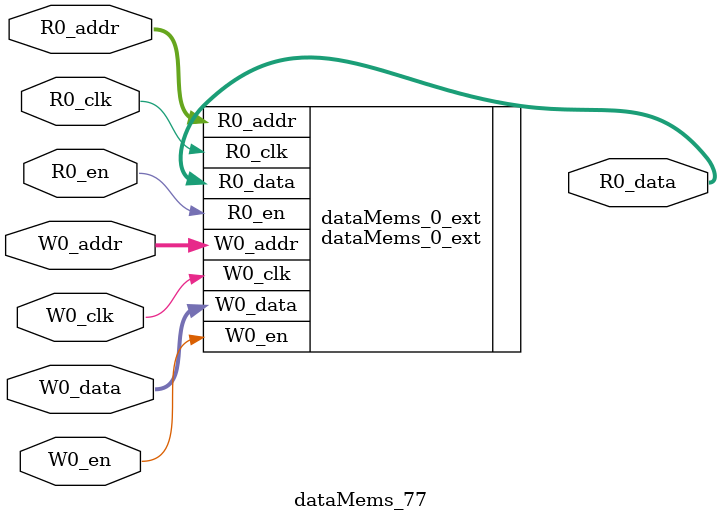
<source format=sv>
`ifndef RANDOMIZE
  `ifdef RANDOMIZE_REG_INIT
    `define RANDOMIZE
  `endif // RANDOMIZE_REG_INIT
`endif // not def RANDOMIZE
`ifndef RANDOMIZE
  `ifdef RANDOMIZE_MEM_INIT
    `define RANDOMIZE
  `endif // RANDOMIZE_MEM_INIT
`endif // not def RANDOMIZE

`ifndef RANDOM
  `define RANDOM $random
`endif // not def RANDOM

// Users can define 'PRINTF_COND' to add an extra gate to prints.
`ifndef PRINTF_COND_
  `ifdef PRINTF_COND
    `define PRINTF_COND_ (`PRINTF_COND)
  `else  // PRINTF_COND
    `define PRINTF_COND_ 1
  `endif // PRINTF_COND
`endif // not def PRINTF_COND_

// Users can define 'ASSERT_VERBOSE_COND' to add an extra gate to assert error printing.
`ifndef ASSERT_VERBOSE_COND_
  `ifdef ASSERT_VERBOSE_COND
    `define ASSERT_VERBOSE_COND_ (`ASSERT_VERBOSE_COND)
  `else  // ASSERT_VERBOSE_COND
    `define ASSERT_VERBOSE_COND_ 1
  `endif // ASSERT_VERBOSE_COND
`endif // not def ASSERT_VERBOSE_COND_

// Users can define 'STOP_COND' to add an extra gate to stop conditions.
`ifndef STOP_COND_
  `ifdef STOP_COND
    `define STOP_COND_ (`STOP_COND)
  `else  // STOP_COND
    `define STOP_COND_ 1
  `endif // STOP_COND
`endif // not def STOP_COND_

// Users can define INIT_RANDOM as general code that gets injected into the
// initializer block for modules with registers.
`ifndef INIT_RANDOM
  `define INIT_RANDOM
`endif // not def INIT_RANDOM

// If using random initialization, you can also define RANDOMIZE_DELAY to
// customize the delay used, otherwise 0.002 is used.
`ifndef RANDOMIZE_DELAY
  `define RANDOMIZE_DELAY 0.002
`endif // not def RANDOMIZE_DELAY

// Define INIT_RANDOM_PROLOG_ for use in our modules below.
`ifndef INIT_RANDOM_PROLOG_
  `ifdef RANDOMIZE
    `ifdef VERILATOR
      `define INIT_RANDOM_PROLOG_ `INIT_RANDOM
    `else  // VERILATOR
      `define INIT_RANDOM_PROLOG_ `INIT_RANDOM #`RANDOMIZE_DELAY begin end
    `endif // VERILATOR
  `else  // RANDOMIZE
    `define INIT_RANDOM_PROLOG_
  `endif // RANDOMIZE
`endif // not def INIT_RANDOM_PROLOG_

// Include register initializers in init blocks unless synthesis is set
`ifndef SYNTHESIS
  `ifndef ENABLE_INITIAL_REG_
    `define ENABLE_INITIAL_REG_
  `endif // not def ENABLE_INITIAL_REG_
`endif // not def SYNTHESIS

// Include rmemory initializers in init blocks unless synthesis is set
`ifndef SYNTHESIS
  `ifndef ENABLE_INITIAL_MEM_
    `define ENABLE_INITIAL_MEM_
  `endif // not def ENABLE_INITIAL_MEM_
`endif // not def SYNTHESIS

module dataMems_77(	// @[generators/ara/src/main/scala/UnsafeAXI4ToTL.scala:365:62]
  input  [4:0]  R0_addr,
  input         R0_en,
  input         R0_clk,
  output [66:0] R0_data,
  input  [4:0]  W0_addr,
  input         W0_en,
  input         W0_clk,
  input  [66:0] W0_data
);

  dataMems_0_ext dataMems_0_ext (	// @[generators/ara/src/main/scala/UnsafeAXI4ToTL.scala:365:62]
    .R0_addr (R0_addr),
    .R0_en   (R0_en),
    .R0_clk  (R0_clk),
    .R0_data (R0_data),
    .W0_addr (W0_addr),
    .W0_en   (W0_en),
    .W0_clk  (W0_clk),
    .W0_data (W0_data)
  );
endmodule


</source>
